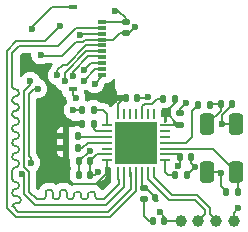
<source format=gbr>
%TF.GenerationSoftware,KiCad,Pcbnew,9.0.4*%
%TF.CreationDate,2025-09-14T23:25:48-04:00*%
%TF.ProjectId,usb-hub,7573622d-6875-4622-9e6b-696361645f70,rev?*%
%TF.SameCoordinates,Original*%
%TF.FileFunction,Copper,L1,Top*%
%TF.FilePolarity,Positive*%
%FSLAX46Y46*%
G04 Gerber Fmt 4.6, Leading zero omitted, Abs format (unit mm)*
G04 Created by KiCad (PCBNEW 9.0.4) date 2025-09-14 23:25:48*
%MOMM*%
%LPD*%
G01*
G04 APERTURE LIST*
G04 Aperture macros list*
%AMRoundRect*
0 Rectangle with rounded corners*
0 $1 Rounding radius*
0 $2 $3 $4 $5 $6 $7 $8 $9 X,Y pos of 4 corners*
0 Add a 4 corners polygon primitive as box body*
4,1,4,$2,$3,$4,$5,$6,$7,$8,$9,$2,$3,0*
0 Add four circle primitives for the rounded corners*
1,1,$1+$1,$2,$3*
1,1,$1+$1,$4,$5*
1,1,$1+$1,$6,$7*
1,1,$1+$1,$8,$9*
0 Add four rect primitives between the rounded corners*
20,1,$1+$1,$2,$3,$4,$5,0*
20,1,$1+$1,$4,$5,$6,$7,0*
20,1,$1+$1,$6,$7,$8,$9,0*
20,1,$1+$1,$8,$9,$2,$3,0*%
G04 Aperture macros list end*
%TA.AperFunction,SMDPad,CuDef*%
%ADD10RoundRect,0.140000X0.140000X0.170000X-0.140000X0.170000X-0.140000X-0.170000X0.140000X-0.170000X0*%
%TD*%
%TA.AperFunction,SMDPad,CuDef*%
%ADD11RoundRect,0.140000X-0.140000X-0.170000X0.140000X-0.170000X0.140000X0.170000X-0.140000X0.170000X0*%
%TD*%
%TA.AperFunction,SMDPad,CuDef*%
%ADD12RoundRect,0.140000X0.170000X-0.140000X0.170000X0.140000X-0.170000X0.140000X-0.170000X-0.140000X0*%
%TD*%
%TA.AperFunction,SMDPad,CuDef*%
%ADD13RoundRect,0.140000X-0.170000X0.140000X-0.170000X-0.140000X0.170000X-0.140000X0.170000X0.140000X0*%
%TD*%
%TA.AperFunction,SMDPad,CuDef*%
%ADD14RoundRect,0.135000X-0.135000X-0.185000X0.135000X-0.185000X0.135000X0.185000X-0.135000X0.185000X0*%
%TD*%
%TA.AperFunction,SMDPad,CuDef*%
%ADD15RoundRect,0.135000X0.135000X0.185000X-0.135000X0.185000X-0.135000X-0.185000X0.135000X-0.185000X0*%
%TD*%
%TA.AperFunction,SMDPad,CuDef*%
%ADD16C,1.000000*%
%TD*%
%TA.AperFunction,SMDPad,CuDef*%
%ADD17R,0.254000X0.812800*%
%TD*%
%TA.AperFunction,SMDPad,CuDef*%
%ADD18R,0.812800X0.254000*%
%TD*%
%TA.AperFunction,SMDPad,CuDef*%
%ADD19R,3.606800X3.606800*%
%TD*%
%TA.AperFunction,SMDPad,CuDef*%
%ADD20R,0.800000X0.300000*%
%TD*%
%TA.AperFunction,SMDPad,CuDef*%
%ADD21R,0.800000X0.400000*%
%TD*%
%TA.AperFunction,SMDPad,CuDef*%
%ADD22RoundRect,0.250000X0.350000X-0.650000X0.350000X0.650000X-0.350000X0.650000X-0.350000X-0.650000X0*%
%TD*%
%TA.AperFunction,ViaPad*%
%ADD23C,0.600000*%
%TD*%
%TA.AperFunction,Conductor*%
%ADD24C,0.200000*%
%TD*%
%TA.AperFunction,Conductor*%
%ADD25C,0.165100*%
%TD*%
G04 APERTURE END LIST*
D10*
%TO.P,C10,2*%
%TO.N,Net-(C10-Pad2)*%
X153705001Y-40900000D03*
%TO.P,C10,1*%
%TO.N,GND*%
X154665001Y-40900000D03*
%TD*%
%TO.P,C9,1*%
%TO.N,X_IN*%
X155130000Y-48300000D03*
%TO.P,C9,2*%
%TO.N,GND*%
X154170000Y-48300000D03*
%TD*%
D11*
%TO.P,C8,1*%
%TO.N,GND*%
X147950000Y-50820000D03*
%TO.P,C8,2*%
%TO.N,VBUS*%
X148910000Y-50820000D03*
%TD*%
D12*
%TO.P,C7,2*%
%TO.N,VBUS*%
X145625000Y-33915000D03*
%TO.P,C7,1*%
%TO.N,GND*%
X145625000Y-34875000D03*
%TD*%
D11*
%TO.P,C6,1*%
%TO.N,GND*%
X141680000Y-46860000D03*
%TO.P,C6,2*%
%TO.N,VBUS*%
X142640000Y-46860000D03*
%TD*%
%TO.P,C5,1*%
%TO.N,GND*%
X141680000Y-45740000D03*
%TO.P,C5,2*%
%TO.N,VBUS*%
X142640000Y-45740000D03*
%TD*%
D12*
%TO.P,C4,1*%
%TO.N,VREG*%
X150275000Y-42630000D03*
%TO.P,C4,2*%
%TO.N,GND*%
X150275000Y-41670000D03*
%TD*%
D11*
%TO.P,C3,2*%
%TO.N,GND*%
X151160000Y-45370000D03*
%TO.P,C3,1*%
%TO.N,VREG*%
X150200000Y-45370000D03*
%TD*%
D13*
%TO.P,C2,1*%
%TO.N,VREG*%
X147180000Y-47970000D03*
%TO.P,C2,2*%
%TO.N,GND*%
X147180000Y-48930000D03*
%TD*%
D10*
%TO.P,C1,1*%
%TO.N,GND*%
X146605000Y-40375000D03*
%TO.P,C1,2*%
%TO.N,VREG*%
X145645000Y-40375000D03*
%TD*%
D14*
%TO.P,R5,1*%
%TO.N,VREG*%
X140555002Y-43600000D03*
%TO.P,R5,2*%
%TO.N,Net-(U1-\u002AOVR[2])*%
X141575000Y-43600000D03*
%TD*%
D15*
%TO.P,R4,1*%
%TO.N,Net-(U1-\u002AOVR[1])*%
X141575000Y-44625000D03*
%TO.P,R4,2*%
%TO.N,VREG*%
X140555002Y-44625000D03*
%TD*%
D16*
%TO.P,J3,1,Pin_1*%
%TO.N,VBUS*%
X150300000Y-50750000D03*
%TO.P,J3,2,Pin_2*%
%TO.N,USB_KB_N*%
X151800000Y-50750000D03*
%TO.P,J3,3,Pin_3*%
%TO.N,USB_KB_P*%
X153300000Y-50750000D03*
%TO.P,J3,4,Pin_4*%
%TO.N,GND*%
X154800000Y-50750000D03*
%TD*%
D14*
%TO.P,R2,1*%
%TO.N,Net-(U1-\u002ARESET)*%
X148815001Y-40425000D03*
%TO.P,R2,2*%
%TO.N,VREG*%
X149834999Y-40425000D03*
%TD*%
%TO.P,R1,1*%
%TO.N,Net-(U1-RREF)*%
X149840001Y-46925000D03*
%TO.P,R1,2*%
%TO.N,GND*%
X150859999Y-46925000D03*
%TD*%
D15*
%TO.P,R3,1*%
%TO.N,Net-(U1-GANG)*%
X142925000Y-42591667D03*
%TO.P,R3,2*%
%TO.N,VREG*%
X141905002Y-42591667D03*
%TD*%
D17*
%TO.P,U1,1,D-*%
%TO.N,USB_HOST_N*%
X145025000Y-46601100D03*
%TO.P,U1,2,D+*%
%TO.N,USB_HOST_P*%
X145524999Y-46601100D03*
%TO.P,U1,3,D0-[1]*%
%TO.N,USB_FNG_N*%
X146025001Y-46601100D03*
%TO.P,U1,4,D0+[1]*%
%TO.N,USB_FNG_P*%
X146525000Y-46601099D03*
%TO.P,U1,5,VCC_A*%
%TO.N,VREG*%
X147024999Y-46601100D03*
%TO.P,U1,6,DD-[2]*%
%TO.N,USB_KB_N*%
X147525001Y-46601100D03*
%TO.P,U1,7,DD+[2]*%
%TO.N,USB_KB_P*%
X148025000Y-46601100D03*
D18*
%TO.P,U1,8,RREF*%
%TO.N,Net-(U1-RREF)*%
X148976100Y-45650000D03*
%TO.P,U1,9,VCC_A*%
%TO.N,VREG*%
X148976100Y-45150001D03*
%TO.P,U1,10,XIN*%
%TO.N,X_IN*%
X148976100Y-44649999D03*
%TO.P,U1,11,XOUT*%
%TO.N,X_OUT*%
X148976099Y-44150000D03*
%TO.P,U1,12,NC*%
%TO.N,unconnected-(U1-NC-Pad12)*%
X148976100Y-43650001D03*
%TO.P,U1,13,NC*%
%TO.N,unconnected-(U1-NC-Pad13)*%
X148976100Y-43149999D03*
%TO.P,U1,14,VCC_A*%
%TO.N,VREG*%
X148976100Y-42650000D03*
D17*
%TO.P,U1,15,NC*%
%TO.N,unconnected-(U1-NC-Pad15)*%
X148025000Y-41698900D03*
%TO.P,U1,16,NC*%
%TO.N,unconnected-(U1-NC-Pad16)*%
X147525001Y-41698900D03*
%TO.P,U1,17,\u002ARESET*%
%TO.N,Net-(U1-\u002ARESET)*%
X147024999Y-41698900D03*
%TO.P,U1,18,TEST/I2C_SCL*%
%TO.N,unconnected-(U1-TEST{slash}I2C_SCL-Pad18)*%
X146525000Y-41698901D03*
%TO.P,U1,19,NC*%
%TO.N,unconnected-(U1-NC-Pad19)*%
X146025001Y-41698900D03*
%TO.P,U1,20,NC*%
%TO.N,unconnected-(U1-NC-Pad20)*%
X145524999Y-41698900D03*
%TO.P,U1,21,VCC_D*%
%TO.N,VREG*%
X145025000Y-41698900D03*
D18*
%TO.P,U1,22,SELFPWR*%
%TO.N,Net-(U1-SELFPWR)*%
X144073900Y-42650000D03*
%TO.P,U1,23,GANG*%
%TO.N,Net-(U1-GANG)*%
X144073900Y-43149999D03*
%TO.P,U1,24,\u002AOVR[2]*%
%TO.N,Net-(U1-\u002AOVR[2])*%
X144073900Y-43650001D03*
%TO.P,U1,25,\u002AOVR[1]*%
%TO.N,Net-(U1-\u002AOVR[1])*%
X144073901Y-44150000D03*
%TO.P,U1,26,\u002APWR/I2C_SDA*%
%TO.N,unconnected-(U1-\u002APWR{slash}I2C_SDA-Pad26)*%
X144073900Y-44649999D03*
%TO.P,U1,27,VCC*%
%TO.N,VBUS*%
X144073900Y-45150001D03*
%TO.P,U1,28,VREG*%
%TO.N,VREG*%
X144073900Y-45650000D03*
D19*
%TO.P,U1,29,29*%
%TO.N,GND*%
X146525000Y-44150000D03*
%TD*%
D14*
%TO.P,R6,1*%
%TO.N,GND*%
X141905002Y-41400000D03*
%TO.P,R6,2*%
%TO.N,Net-(U1-SELFPWR)*%
X142925000Y-41400000D03*
%TD*%
D20*
%TO.P,J2,1,1*%
%TO.N,VBUS*%
X143675000Y-33925000D03*
%TO.P,J2,2,2*%
%TO.N,USB_FNG_N*%
X143675000Y-34425001D03*
%TO.P,J2,3,3*%
%TO.N,USB_FNG_P*%
X143675000Y-34925000D03*
%TO.P,J2,4,4*%
%TO.N,GND*%
X143675000Y-35424999D03*
%TO.P,J2,5,5*%
%TO.N,EC_CTRL*%
X143675000Y-35925000D03*
%TO.P,J2,6,6*%
%TO.N,SWITCH*%
X143675000Y-36425000D03*
%TO.P,J2,7,7*%
%TO.N,RGB_W*%
X143675000Y-36925001D03*
%TO.P,J2,8,8*%
%TO.N,RGB_G*%
X143675000Y-37425000D03*
%TO.P,J2,9,9*%
%TO.N,RGB_R*%
X143675000Y-37924999D03*
%TO.P,J2,10,10*%
%TO.N,LED_COM*%
X143675000Y-38425000D03*
D21*
%TO.P,J2,MP1,MP1*%
%TO.N,GND*%
X141175001Y-32700000D03*
%TO.P,J2,MP2,MP2*%
X141175001Y-39650000D03*
%TD*%
D22*
%TO.P,Y1,1,1*%
%TO.N,X_IN*%
X154952501Y-46602500D03*
%TO.P,Y1,2,2*%
%TO.N,GND*%
X154952501Y-42602500D03*
%TO.P,Y1,3,3*%
%TO.N,Net-(C10-Pad2)*%
X152552499Y-42602500D03*
%TO.P,Y1,4,4*%
%TO.N,GND*%
X152552499Y-46602500D03*
%TD*%
D14*
%TO.P,R7,1*%
%TO.N,X_OUT*%
X151750002Y-40950000D03*
%TO.P,R7,2*%
%TO.N,Net-(C10-Pad2)*%
X152770000Y-40950000D03*
%TD*%
D23*
%TO.N,VBUS*%
X148540000Y-50040000D03*
%TO.N,VREG*%
X144470000Y-40290000D03*
%TO.N,GND*%
X142619265Y-44829265D03*
%TO.N,VBUS*%
X143300735Y-46600735D03*
%TO.N,GND*%
X150750000Y-40790000D03*
%TO.N,VREG*%
X150050000Y-46100000D03*
X148140000Y-48760000D03*
%TO.N,GND*%
X153790000Y-42540000D03*
X151490000Y-46230000D03*
X153725000Y-46700000D03*
%TO.N,VREG*%
X149025000Y-41600000D03*
%TO.N,GND*%
X147550000Y-40250000D03*
%TO.N,EC_CTRL*%
X139855252Y-38461477D03*
%TO.N,RGB_W*%
X141139479Y-38498755D03*
%TO.N,RGB_G*%
X142092244Y-38019938D03*
%TO.N,VBUS*%
X144700000Y-32975000D03*
%TO.N,USB_HOST_P*%
X137625000Y-45850000D03*
X136825000Y-46850000D03*
X138175521Y-39575521D03*
%TO.N,USB_HOST_N*%
X137574479Y-38974479D03*
%TO.N,RGB_R*%
X142100000Y-38900000D03*
%TO.N,SWITCH*%
X140483530Y-38956724D03*
%TO.N,GND*%
X146541500Y-45166000D03*
X155175000Y-49700000D03*
X145509000Y-44150000D03*
X145509000Y-43134000D03*
X147541000Y-44150000D03*
X138450000Y-36725000D03*
X137700000Y-34550000D03*
X145509000Y-45166000D03*
X141175000Y-41375000D03*
X146508500Y-44150000D03*
X146541500Y-43134000D03*
X141425000Y-40350000D03*
X147541000Y-45166000D03*
X147541000Y-43134000D03*
%TO.N,LED_COM*%
X143000000Y-39150000D03*
%TO.N,VREG*%
X144125000Y-46500000D03*
%TO.N,USB_FNG_P*%
X141736765Y-35025001D03*
X140101689Y-34275000D03*
%TO.N,VREG*%
X141200000Y-42600000D03*
%TO.N,GND*%
X146403001Y-34374840D03*
%TD*%
D24*
%TO.N,VBUS*%
X148910000Y-50410000D02*
X148540000Y-50040000D01*
X148910000Y-50820000D02*
X148910000Y-50410000D01*
%TO.N,GND*%
X147180000Y-50350000D02*
X147180000Y-48930000D01*
X147650000Y-50820000D02*
X147180000Y-50350000D01*
X147950000Y-50820000D02*
X147650000Y-50820000D01*
%TO.N,VBUS*%
X150230000Y-50820000D02*
X150300000Y-50750000D01*
X148910000Y-50820000D02*
X150230000Y-50820000D01*
%TO.N,GND*%
X147230000Y-48980000D02*
X147180000Y-48930000D01*
%TO.N,VBUS*%
X150220000Y-50830000D02*
X150300000Y-50750000D01*
%TO.N,VREG*%
X140710004Y-42600000D02*
X140555002Y-42755002D01*
X141200000Y-42600000D02*
X140710004Y-42600000D01*
X144555000Y-40375000D02*
X144470000Y-40290000D01*
X145645000Y-40375000D02*
X144555000Y-40375000D01*
%TO.N,USB_KB_N*%
X152324999Y-50225001D02*
X151800000Y-50750000D01*
X152324999Y-49843197D02*
X152324999Y-50225001D01*
X151476802Y-48995000D02*
X152324999Y-49843197D01*
X149336802Y-48995000D02*
X151476802Y-48995000D01*
X147550001Y-47208199D02*
X149336802Y-48995000D01*
X147550001Y-46905500D02*
X147550001Y-47208199D01*
X147525001Y-46880500D02*
X147550001Y-46905500D01*
X147525001Y-46601100D02*
X147525001Y-46880500D01*
%TO.N,USB_KB_P*%
X152775001Y-50225001D02*
X153300000Y-50750000D01*
X152775001Y-49656803D02*
X152775001Y-50225001D01*
X151663198Y-48545000D02*
X152775001Y-49656803D01*
X148000000Y-46905500D02*
X148000000Y-47021802D01*
X148025000Y-46601100D02*
X148025000Y-46880500D01*
X149523198Y-48545000D02*
X151663198Y-48545000D01*
X148025000Y-46880500D02*
X148000000Y-46905500D01*
X148000000Y-47021802D02*
X149523198Y-48545000D01*
%TO.N,GND*%
X142590735Y-44829265D02*
X142619265Y-44829265D01*
X141680000Y-45740000D02*
X142590735Y-44829265D01*
%TO.N,Net-(U1-\u002AOVR[1])*%
X141975000Y-44625000D02*
X142450000Y-44150000D01*
X141575000Y-44625000D02*
X141975000Y-44625000D01*
X142450000Y-44150000D02*
X144073901Y-44150000D01*
%TO.N,VBUS*%
X143229999Y-45150001D02*
X144073900Y-45150001D01*
X142640000Y-45740000D02*
X143229999Y-45150001D01*
%TO.N,GND*%
X141680000Y-46860000D02*
X141680000Y-45740000D01*
%TO.N,VBUS*%
X143041470Y-46860000D02*
X143300735Y-46600735D01*
X142640000Y-46860000D02*
X143041470Y-46860000D01*
X142640000Y-46860000D02*
X142640000Y-45740000D01*
%TO.N,X_OUT*%
X151750002Y-40950000D02*
X151265001Y-41435001D01*
X151265001Y-41435001D02*
X151265001Y-43634999D01*
%TO.N,Net-(C10-Pad2)*%
X152552499Y-42602500D02*
X153705001Y-41449998D01*
X153705001Y-41449998D02*
X153705001Y-40900000D01*
X152820000Y-40900000D02*
X152770000Y-40950000D01*
X153705001Y-40900000D02*
X152820000Y-40900000D01*
%TO.N,GND*%
X153790000Y-41830000D02*
X153790000Y-42540000D01*
X154665001Y-40954999D02*
X153790000Y-41830000D01*
X154665001Y-40900000D02*
X154665001Y-40954999D01*
X150275000Y-41265000D02*
X150750000Y-40790000D01*
X150275000Y-41670000D02*
X150275000Y-41265000D01*
%TO.N,VREG*%
X150200000Y-45950000D02*
X150050000Y-46100000D01*
X150200000Y-45370000D02*
X150200000Y-45950000D01*
X147350000Y-47970000D02*
X148140000Y-48760000D01*
X147180000Y-47970000D02*
X147350000Y-47970000D01*
X147024999Y-47814999D02*
X147024999Y-46601100D01*
X147180000Y-47970000D02*
X147024999Y-47814999D01*
%TO.N,X_IN*%
X153000000Y-44649999D02*
X148976100Y-44649999D01*
X154952501Y-46602500D02*
X153000000Y-44649999D01*
%TO.N,GND*%
X153852500Y-42602500D02*
X153790000Y-42540000D01*
X154952501Y-42602500D02*
X153852500Y-42602500D01*
X151160000Y-45900000D02*
X151490000Y-46230000D01*
X151160000Y-45370000D02*
X151160000Y-45900000D01*
X150859999Y-46860001D02*
X151490000Y-46230000D01*
X150859999Y-46925000D02*
X150859999Y-46860001D01*
%TO.N,VREG*%
X149980001Y-45150001D02*
X148976100Y-45150001D01*
X150200000Y-45370000D02*
X149980001Y-45150001D01*
%TO.N,X_OUT*%
X151265001Y-43634999D02*
X150750000Y-44150000D01*
X150750000Y-44150000D02*
X148976099Y-44150000D01*
%TO.N,GND*%
X153627500Y-46602500D02*
X153725000Y-46700000D01*
X152552499Y-46602500D02*
X153627500Y-46602500D01*
X153725000Y-47855000D02*
X153725000Y-46700000D01*
X154170000Y-48300000D02*
X153725000Y-47855000D01*
%TO.N,X_IN*%
X155130000Y-46779999D02*
X154952501Y-46602500D01*
X155130000Y-48300000D02*
X155130000Y-46779999D01*
%TO.N,VREG*%
X150055000Y-42630000D02*
X149025000Y-41600000D01*
X150275000Y-42630000D02*
X150055000Y-42630000D01*
X148976100Y-42650000D02*
X150255000Y-42650000D01*
X150255000Y-42650000D02*
X150275000Y-42630000D01*
X149834999Y-40790001D02*
X149025000Y-41600000D01*
X149834999Y-40425000D02*
X149834999Y-40790001D01*
%TO.N,GND*%
X147425000Y-40375000D02*
X147550000Y-40250000D01*
X146605000Y-40375000D02*
X147425000Y-40375000D01*
%TO.N,Net-(U1-\u002ARESET)*%
X148325000Y-40425000D02*
X148815001Y-40425000D01*
X147900000Y-40850000D02*
X148325000Y-40425000D01*
X147024999Y-41063502D02*
X147238501Y-40850000D01*
X147238501Y-40850000D02*
X147900000Y-40850000D01*
X147024999Y-41698900D02*
X147024999Y-41063502D01*
%TO.N,VREG*%
X145525000Y-40375000D02*
X145025000Y-40875000D01*
X145645000Y-40375000D02*
X145525000Y-40375000D01*
%TO.N,Net-(U1-RREF)*%
X148976100Y-46651100D02*
X148976100Y-45650000D01*
X149250000Y-46925000D02*
X148976100Y-46651100D01*
X149840001Y-46925000D02*
X149250000Y-46925000D01*
%TO.N,VBUS*%
X150200000Y-50850000D02*
X150300000Y-50750000D01*
%TO.N,GND*%
X141795000Y-45600000D02*
X141630002Y-45600000D01*
X145902841Y-34875000D02*
X146403001Y-34374840D01*
X145625000Y-34875000D02*
X145902841Y-34875000D01*
X145150000Y-34875000D02*
X144600001Y-35424999D01*
X145625000Y-34875000D02*
X145150000Y-34875000D01*
%TO.N,VBUS*%
X145625000Y-33600000D02*
X145625000Y-33915000D01*
X145000000Y-32975000D02*
X145625000Y-33600000D01*
X144700000Y-32975000D02*
X145000000Y-32975000D01*
X145010001Y-33915000D02*
X145625000Y-33915000D01*
X145000001Y-33925000D02*
X145010001Y-33915000D01*
%TO.N,EC_CTRL*%
X142253809Y-35925000D02*
X140634599Y-37544210D01*
X140634599Y-37544210D02*
X140341140Y-37544210D01*
X143675000Y-35925000D02*
X142253809Y-35925000D01*
X140341140Y-37544210D02*
X139855252Y-38030098D01*
X139855252Y-38030098D02*
X139855252Y-38461477D01*
D25*
%TO.N,RGB_W*%
X142429781Y-36858550D02*
X141139479Y-38148852D01*
X143608549Y-36858550D02*
X142429781Y-36858550D01*
X143675000Y-36925001D02*
X143608549Y-36858550D01*
X141139479Y-38148852D02*
X141139479Y-38498755D01*
%TO.N,RGB_G*%
X142687182Y-37425000D02*
X142092244Y-38019938D01*
X143675000Y-37425000D02*
X142687182Y-37425000D01*
D24*
%TO.N,VBUS*%
X143675000Y-33925000D02*
X145000001Y-33925000D01*
X150300000Y-50750000D02*
X150199999Y-50649999D01*
%TO.N,USB_HOST_P*%
X137475000Y-43803867D02*
X137475001Y-43803866D01*
X145499999Y-47868199D02*
X143968198Y-49400000D01*
X145499999Y-47235701D02*
X145499999Y-47868199D01*
X137475000Y-45325000D02*
X137475000Y-43803867D01*
X145524999Y-47210701D02*
X145499999Y-47235701D01*
X143968198Y-49400000D02*
X137931802Y-49400000D01*
X137931802Y-49400000D02*
X137024999Y-48493197D01*
X137475001Y-43803866D02*
X137475001Y-39993198D01*
X137475001Y-39993198D02*
X137892678Y-39575521D01*
X137625000Y-45850000D02*
X137625000Y-45475000D01*
X137024999Y-47049999D02*
X136825000Y-46850000D01*
X137625000Y-45475000D02*
X137475000Y-45325000D01*
X137024999Y-48493197D02*
X137024999Y-47049999D01*
X137892678Y-39575521D02*
X138175521Y-39575521D01*
X145524999Y-46601100D02*
X145524999Y-47210701D01*
%TO.N,USB_HOST_N*%
X141615187Y-48295608D02*
X141495187Y-48295608D01*
X137024999Y-43803866D02*
X137024999Y-39806802D01*
X145025000Y-47210701D02*
X145050000Y-47235701D01*
X137024999Y-39806802D02*
X137574479Y-39257322D01*
X137025000Y-46200057D02*
X137025000Y-43803867D01*
X143781802Y-48950000D02*
X143295187Y-48950000D01*
X145050000Y-47681802D02*
X143781802Y-48950000D01*
X139455187Y-48710000D02*
X139455187Y-48385607D01*
X140055187Y-48385607D02*
X140055187Y-48710000D01*
X139215187Y-48145607D02*
X139095187Y-48145607D01*
X141255187Y-48535608D02*
X141255187Y-48710000D01*
X138118198Y-48950000D02*
X137475001Y-48306803D01*
X142215187Y-48950000D02*
X142095187Y-48950000D01*
X141855187Y-48710000D02*
X141855187Y-48535608D01*
X142455187Y-48535608D02*
X142455187Y-48710000D01*
X140655187Y-48710000D02*
X140655187Y-48385607D01*
X137025000Y-43803867D02*
X137024999Y-43803866D01*
X143055187Y-48710000D02*
X143055187Y-48535608D01*
X141015187Y-48950000D02*
X140895187Y-48950000D01*
X137475001Y-48287615D02*
X137475001Y-46650058D01*
X145025000Y-46601100D02*
X145025000Y-47210701D01*
X137574479Y-39257322D02*
X137574479Y-38974479D01*
X137475001Y-48306803D02*
X137475001Y-48287615D01*
X142815187Y-48295608D02*
X142695187Y-48295608D01*
X145050000Y-47235701D02*
X145050000Y-47681802D01*
X138615187Y-48950000D02*
X138495187Y-48950000D01*
X138855187Y-48385607D02*
X138855187Y-48710000D01*
X139815187Y-48950000D02*
X139695187Y-48950000D01*
X138495187Y-48950000D02*
X138118198Y-48950000D01*
X140415187Y-48145607D02*
X140295187Y-48145607D01*
X137475001Y-46650058D02*
X137025000Y-46200057D01*
X141495187Y-48295608D02*
G75*
G03*
X141255208Y-48535608I13J-239992D01*
G01*
X140895187Y-48950000D02*
G75*
G02*
X140655200Y-48710000I13J240000D01*
G01*
X142095187Y-48950000D02*
G75*
G02*
X141855200Y-48710000I13J240000D01*
G01*
X140055187Y-48710000D02*
G75*
G02*
X139815187Y-48949987I-239987J0D01*
G01*
X140655187Y-48385607D02*
G75*
G03*
X140415187Y-48145613I-239987J7D01*
G01*
X139095187Y-48145607D02*
G75*
G03*
X138855207Y-48385607I13J-239993D01*
G01*
X141855187Y-48535608D02*
G75*
G03*
X141615187Y-48295613I-239987J8D01*
G01*
X143295187Y-48950000D02*
G75*
G02*
X143055200Y-48710000I13J240000D01*
G01*
X140295187Y-48145607D02*
G75*
G03*
X140055207Y-48385607I13J-239993D01*
G01*
X142455187Y-48710000D02*
G75*
G02*
X142215187Y-48949987I-239987J0D01*
G01*
X138855187Y-48710000D02*
G75*
G02*
X138615187Y-48949987I-239987J0D01*
G01*
X139455187Y-48385607D02*
G75*
G03*
X139215187Y-48145613I-239987J7D01*
G01*
X143055187Y-48535608D02*
G75*
G03*
X142815187Y-48295613I-239987J8D01*
G01*
X142695187Y-48295608D02*
G75*
G03*
X142455208Y-48535608I13J-239992D01*
G01*
X141255187Y-48710000D02*
G75*
G02*
X141015187Y-48949987I-239987J0D01*
G01*
X139695187Y-48950000D02*
G75*
G02*
X139455200Y-48710000I13J240000D01*
G01*
%TO.N,RGB_R*%
X143075001Y-37924999D02*
X142100000Y-38900000D01*
X143675000Y-37924999D02*
X143075001Y-37924999D01*
%TO.N,SWITCH*%
X140483530Y-38262379D02*
X140483530Y-38956724D01*
X142320909Y-36425000D02*
X140483530Y-38262379D01*
X143675000Y-36425000D02*
X142320909Y-36425000D01*
%TO.N,GND*%
X144600001Y-35424999D02*
X143675000Y-35424999D01*
X137700000Y-34400000D02*
X137700000Y-34550000D01*
X138525000Y-36800000D02*
X138450000Y-36725000D01*
X142186710Y-35424999D02*
X141985708Y-35626001D01*
X141175001Y-40100001D02*
X141425000Y-40350000D01*
X141175001Y-32700000D02*
X139400000Y-32700000D01*
X154800000Y-50075000D02*
X155175000Y-49700000D01*
X141460042Y-35626001D02*
X140286043Y-36800000D01*
X141175001Y-39650000D02*
X141175001Y-40100001D01*
X141905002Y-41400000D02*
X141200000Y-41400000D01*
X141200000Y-41400000D02*
X141175000Y-41375000D01*
X143675000Y-35424999D02*
X142186710Y-35424999D01*
X139400000Y-32700000D02*
X137800000Y-34300000D01*
X154800000Y-50750000D02*
X154800000Y-50075000D01*
X140286043Y-36800000D02*
X138525000Y-36800000D01*
X143626001Y-35376000D02*
X143675000Y-35424999D01*
X137800000Y-34300000D02*
X137700000Y-34400000D01*
X141985708Y-35626001D02*
X141460042Y-35626001D01*
X150859999Y-47050000D02*
X151004999Y-47050000D01*
%TO.N,LED_COM*%
X143675000Y-38475000D02*
X143000000Y-39150000D01*
X143675000Y-38425000D02*
X143675000Y-38475000D01*
X143000000Y-39150000D02*
X143000000Y-39125000D01*
%TO.N,VREG*%
X140555002Y-43600000D02*
X140555002Y-42755002D01*
X143094627Y-47655373D02*
X141155373Y-47655373D01*
X140555002Y-44625000D02*
X140555002Y-47055002D01*
X144125000Y-46500000D02*
X144125000Y-46625000D01*
X145025000Y-41698900D02*
X145025000Y-40875000D01*
X144073900Y-45650000D02*
X144073900Y-46448900D01*
X144125000Y-46625000D02*
X143094627Y-47655373D01*
X141905002Y-42591667D02*
X141208333Y-42591667D01*
X140555002Y-47055002D02*
X141155373Y-47655373D01*
X141208333Y-42591667D02*
X141200000Y-42600000D01*
X144073900Y-46448900D02*
X144125000Y-46500000D01*
%TO.N,USB_FNG_N*%
X136584425Y-43601802D02*
X136584425Y-43481802D01*
X136617198Y-35976000D02*
X139924000Y-35976000D01*
X136494436Y-48691802D02*
X136290000Y-48691802D01*
X136344425Y-40841802D02*
X136290000Y-40841802D01*
X136290000Y-45041802D02*
X136344425Y-45041802D01*
X136050000Y-38605732D02*
X136050000Y-36543198D01*
X146049999Y-48056803D02*
X144106802Y-50000000D01*
X136290000Y-46241802D02*
X136344447Y-46241802D01*
X136344447Y-45641802D02*
X136290000Y-45641802D01*
X136344447Y-39641802D02*
X136290000Y-39641802D01*
X137704812Y-50000000D02*
X136518198Y-50000000D01*
X136050000Y-40601802D02*
X136050000Y-40481802D01*
X136518198Y-50000000D02*
X136058578Y-49540380D01*
X136584447Y-42401802D02*
X136584447Y-42281802D01*
X136584425Y-41201802D02*
X136584425Y-41081802D01*
X136050000Y-41801802D02*
X136050000Y-41681802D01*
X136290000Y-49291802D02*
X136494436Y-49291802D01*
X141474999Y-34425001D02*
X143675000Y-34425001D01*
X136050000Y-48451802D02*
X136050000Y-48331802D01*
X136584425Y-44801802D02*
X136584425Y-44681802D01*
X136290000Y-48091802D02*
X136344425Y-48091802D01*
X136050000Y-39401802D02*
X136050000Y-39281802D01*
X136734436Y-49051802D02*
X136734436Y-48931802D01*
X136290000Y-40241802D02*
X136344447Y-40241802D01*
X136050000Y-43001802D02*
X136050000Y-42881802D01*
X136344425Y-43241802D02*
X136290000Y-43241802D01*
X136050000Y-45401802D02*
X136050000Y-45281802D01*
X136344447Y-42041802D02*
X136290000Y-42041802D01*
X139924000Y-35976000D02*
X141474999Y-34425001D01*
X136290000Y-43841802D02*
X136344425Y-43841802D01*
X146049999Y-46626098D02*
X146049999Y-48056803D01*
X144106802Y-50000000D02*
X137704812Y-50000000D01*
X136344425Y-47491802D02*
X136290000Y-47491802D01*
X136584425Y-47851802D02*
X136584425Y-47731802D01*
X136050000Y-44201802D02*
X136050000Y-44081802D01*
X136584447Y-46001802D02*
X136584447Y-45881802D01*
X136344425Y-44441802D02*
X136290000Y-44441802D01*
X136050000Y-47251802D02*
X136050000Y-47131802D01*
X136050000Y-47131802D02*
X136050000Y-46481802D01*
X136058578Y-49540380D02*
X136050000Y-49531802D01*
X136050000Y-39281802D02*
X136050000Y-38605732D01*
X136290000Y-41441802D02*
X136344425Y-41441802D01*
X136584447Y-40001802D02*
X136584447Y-39881802D01*
X146025001Y-46601100D02*
X146049999Y-46626098D01*
X136050000Y-36543198D02*
X136617198Y-35976000D01*
X136290000Y-42641802D02*
X136344447Y-42641802D01*
X136290000Y-47491802D02*
G75*
G02*
X136049998Y-47251802I0J240002D01*
G01*
X136584447Y-39881802D02*
G75*
G03*
X136344447Y-39641753I-240047J2D01*
G01*
X136344425Y-41441802D02*
G75*
G03*
X136584402Y-41201802I-25J240002D01*
G01*
X136290000Y-42041802D02*
G75*
G02*
X136049998Y-41801802I0J240002D01*
G01*
X136050000Y-41681802D02*
G75*
G02*
X136290000Y-41441800I240000J2D01*
G01*
X136290000Y-48691802D02*
G75*
G02*
X136049998Y-48451802I0J240002D01*
G01*
X136344447Y-40241802D02*
G75*
G03*
X136584402Y-40001802I-47J240002D01*
G01*
X136290000Y-39641802D02*
G75*
G02*
X136049998Y-39401802I0J240002D01*
G01*
X136050000Y-46481802D02*
G75*
G02*
X136290000Y-46241800I240000J2D01*
G01*
X136344425Y-48091802D02*
G75*
G03*
X136584402Y-47851802I-25J240002D01*
G01*
X136290000Y-40841802D02*
G75*
G02*
X136049998Y-40601802I0J240002D01*
G01*
X136344447Y-42641802D02*
G75*
G03*
X136584402Y-42401802I-47J240002D01*
G01*
X136050000Y-49531802D02*
G75*
G02*
X136290000Y-49291800I240000J2D01*
G01*
X136050000Y-42881802D02*
G75*
G02*
X136290000Y-42641800I240000J2D01*
G01*
X136584447Y-42281802D02*
G75*
G03*
X136344447Y-42041753I-240047J2D01*
G01*
X136290000Y-43241802D02*
G75*
G02*
X136049998Y-43001802I0J240002D01*
G01*
X136050000Y-44081802D02*
G75*
G02*
X136290000Y-43841800I240000J2D01*
G01*
X136290000Y-44441802D02*
G75*
G02*
X136049998Y-44201802I0J240002D01*
G01*
X136050000Y-40481802D02*
G75*
G02*
X136290000Y-40241800I240000J2D01*
G01*
X136050000Y-45281802D02*
G75*
G02*
X136290000Y-45041800I240000J2D01*
G01*
X136344447Y-46241802D02*
G75*
G03*
X136584402Y-46001802I-47J240002D01*
G01*
X136050000Y-48331802D02*
G75*
G02*
X136290000Y-48091800I240000J2D01*
G01*
X136494436Y-49291802D02*
G75*
G03*
X136734402Y-49051802I-36J240002D01*
G01*
X136584425Y-41081802D02*
G75*
G03*
X136344425Y-40841775I-240025J2D01*
G01*
X136344425Y-43841802D02*
G75*
G03*
X136584402Y-43601802I-25J240002D01*
G01*
X136584425Y-47731802D02*
G75*
G03*
X136344425Y-47491775I-240025J2D01*
G01*
X136734436Y-48931802D02*
G75*
G03*
X136494436Y-48691764I-240036J2D01*
G01*
X136344425Y-45041802D02*
G75*
G03*
X136584402Y-44801802I-25J240002D01*
G01*
X136584447Y-45881802D02*
G75*
G03*
X136344447Y-45641753I-240047J2D01*
G01*
X136584425Y-43481802D02*
G75*
G03*
X136344425Y-43241775I-240025J2D01*
G01*
X136290000Y-45641802D02*
G75*
G02*
X136049998Y-45401802I0J240002D01*
G01*
X136584425Y-44681802D02*
G75*
G03*
X136344425Y-44441775I-240025J2D01*
G01*
%TO.N,USB_FNG_P*%
X141736765Y-35025001D02*
X141836766Y-34925000D01*
X135600000Y-36356802D02*
X136381802Y-35575000D01*
X141836766Y-34925000D02*
X143675000Y-34925000D01*
X138801689Y-35575000D02*
X140101689Y-34275000D01*
X146500001Y-46626098D02*
X146500001Y-48243197D01*
X146525000Y-46601099D02*
X146500001Y-46626098D01*
X144293198Y-50450000D02*
X136331802Y-50450000D01*
X136381802Y-35575000D02*
X138801689Y-35575000D01*
X135600000Y-49718198D02*
X135600000Y-36356802D01*
X136331802Y-50450000D02*
X135600000Y-49718198D01*
X146500001Y-48243197D02*
X144293198Y-50450000D01*
%TO.N,Net-(U1-GANG)*%
X143099999Y-43149999D02*
X142925000Y-42975000D01*
X144073900Y-43149999D02*
X143099999Y-43149999D01*
X142925000Y-42975000D02*
X142925000Y-42591667D01*
%TO.N,Net-(U1-\u002AOVR[2])*%
X141625001Y-43650001D02*
X141575000Y-43600000D01*
X144073900Y-43650001D02*
X141625001Y-43650001D01*
%TO.N,Net-(U1-SELFPWR)*%
X144073900Y-41723900D02*
X143750000Y-41400000D01*
X143750000Y-41400000D02*
X142925000Y-41400000D01*
X144073900Y-42650000D02*
X144073900Y-41723900D01*
%TD*%
%TA.AperFunction,Conductor*%
%TO.N,VREG*%
G36*
X148195703Y-48703582D02*
G01*
X148202181Y-48709614D01*
X148416276Y-48923709D01*
X148449761Y-48985032D01*
X148444777Y-49054724D01*
X148402905Y-49110657D01*
X148397486Y-49114492D01*
X148282026Y-49191640D01*
X148215348Y-49212518D01*
X148147968Y-49194033D01*
X148125454Y-49176219D01*
X148026819Y-49077584D01*
X147993334Y-49016261D01*
X147990500Y-48989903D01*
X147990500Y-48797295D01*
X148010185Y-48730256D01*
X148062989Y-48684501D01*
X148132147Y-48674557D01*
X148195703Y-48703582D01*
G37*
%TD.AperFunction*%
%TA.AperFunction,Conductor*%
G36*
X144340539Y-46296685D02*
G01*
X144386294Y-46349489D01*
X144397500Y-46401000D01*
X144397500Y-47055370D01*
X144397501Y-47055376D01*
X144403908Y-47114981D01*
X144416681Y-47149225D01*
X144423752Y-47178971D01*
X144424499Y-47185746D01*
X144424499Y-47289758D01*
X144443980Y-47362463D01*
X144445016Y-47371853D01*
X144440490Y-47397327D01*
X144439875Y-47423197D01*
X144434258Y-47432410D01*
X144432796Y-47440646D01*
X144422388Y-47451885D01*
X144409444Y-47473122D01*
X143740996Y-48141569D01*
X143679673Y-48175054D01*
X143609981Y-48170070D01*
X143554048Y-48128198D01*
X143550213Y-48122779D01*
X143468051Y-47999815D01*
X143434906Y-47966671D01*
X143350972Y-47882739D01*
X143213302Y-47790755D01*
X143213295Y-47790752D01*
X143171215Y-47773323D01*
X143116810Y-47729483D01*
X143094744Y-47663190D01*
X143112022Y-47595490D01*
X143135374Y-47566899D01*
X143144701Y-47558441D01*
X143175687Y-47540117D01*
X143280399Y-47435404D01*
X143282640Y-47433373D01*
X143311465Y-47419416D01*
X143339572Y-47404069D01*
X143344188Y-47403572D01*
X143345526Y-47402925D01*
X143347732Y-47403191D01*
X143365931Y-47401235D01*
X143379579Y-47401235D01*
X143379580Y-47401234D01*
X143534232Y-47370472D01*
X143679914Y-47310129D01*
X143811024Y-47222524D01*
X143922524Y-47111024D01*
X144010129Y-46979914D01*
X144070472Y-46834232D01*
X144101235Y-46679577D01*
X144101235Y-46521893D01*
X144101235Y-46521890D01*
X144082000Y-46425192D01*
X144088227Y-46355600D01*
X144131090Y-46300423D01*
X144196979Y-46277178D01*
X144203617Y-46277000D01*
X144273500Y-46277000D01*
X144340539Y-46296685D01*
G37*
%TD.AperFunction*%
%TA.AperFunction,Conductor*%
G36*
X137592539Y-36596185D02*
G01*
X137638294Y-36648989D01*
X137649500Y-36700500D01*
X137649500Y-36803846D01*
X137680261Y-36958489D01*
X137680264Y-36958501D01*
X137740602Y-37104172D01*
X137740609Y-37104185D01*
X137828210Y-37235288D01*
X137828213Y-37235292D01*
X137939707Y-37346786D01*
X137939711Y-37346789D01*
X138070814Y-37434390D01*
X138070827Y-37434397D01*
X138163998Y-37472989D01*
X138216503Y-37494737D01*
X138371153Y-37525499D01*
X138371156Y-37525500D01*
X138371158Y-37525500D01*
X138528844Y-37525500D01*
X138528845Y-37525499D01*
X138683497Y-37494737D01*
X138829179Y-37434394D01*
X138837928Y-37428547D01*
X138848628Y-37421399D01*
X138915305Y-37400520D01*
X138917520Y-37400500D01*
X139336252Y-37400500D01*
X139349510Y-37404393D01*
X139363298Y-37403486D01*
X139382373Y-37414042D01*
X139403291Y-37420185D01*
X139412338Y-37430626D01*
X139424430Y-37437318D01*
X139434770Y-37456514D01*
X139449046Y-37472989D01*
X139451012Y-37486665D01*
X139457566Y-37498831D01*
X139455887Y-37520568D01*
X139458990Y-37542147D01*
X139453138Y-37556160D01*
X139452186Y-37568493D01*
X139440341Y-37586808D01*
X139435095Y-37599373D01*
X139429953Y-37606160D01*
X139374732Y-37661382D01*
X139335683Y-37729018D01*
X139331817Y-37735712D01*
X139331816Y-37735715D01*
X139295674Y-37798313D01*
X139295673Y-37798316D01*
X139271087Y-37890069D01*
X139238999Y-37945651D01*
X139233464Y-37951186D01*
X139145861Y-38082292D01*
X139145854Y-38082304D01*
X139085516Y-38227975D01*
X139085513Y-38227987D01*
X139054752Y-38382630D01*
X139054752Y-38540323D01*
X139085513Y-38694966D01*
X139085516Y-38694978D01*
X139145854Y-38840649D01*
X139145861Y-38840662D01*
X139233462Y-38971765D01*
X139233465Y-38971769D01*
X139344959Y-39083263D01*
X139344963Y-39083266D01*
X139476066Y-39170867D01*
X139476079Y-39170874D01*
X139537580Y-39196348D01*
X139621755Y-39231214D01*
X139675556Y-39241915D01*
X139737464Y-39274299D01*
X139765923Y-39316078D01*
X139774131Y-39335894D01*
X139774139Y-39335909D01*
X139861740Y-39467012D01*
X139861743Y-39467016D01*
X139973237Y-39578510D01*
X139973241Y-39578513D01*
X140104344Y-39666114D01*
X140104357Y-39666121D01*
X140197953Y-39704889D01*
X140252357Y-39748729D01*
X140274422Y-39815023D01*
X140274501Y-39819448D01*
X140274501Y-39897869D01*
X140274502Y-39897876D01*
X140280909Y-39957483D01*
X140331203Y-40092328D01*
X140331207Y-40092335D01*
X140417453Y-40207544D01*
X140417456Y-40207547D01*
X140532665Y-40293793D01*
X140532667Y-40293794D01*
X140532670Y-40293796D01*
X140543829Y-40297958D01*
X140599764Y-40339826D01*
X140624184Y-40405289D01*
X140624500Y-40414141D01*
X140624500Y-40428846D01*
X140655260Y-40583488D01*
X140655262Y-40583493D01*
X140655263Y-40583497D01*
X140674114Y-40629008D01*
X140676032Y-40633638D01*
X140683499Y-40703107D01*
X140652224Y-40765586D01*
X140649151Y-40768770D01*
X140553213Y-40864707D01*
X140553210Y-40864711D01*
X140465609Y-40995814D01*
X140465602Y-40995827D01*
X140405264Y-41141498D01*
X140405261Y-41141510D01*
X140374500Y-41296153D01*
X140374500Y-41453846D01*
X140405261Y-41608489D01*
X140405264Y-41608501D01*
X140465602Y-41754172D01*
X140465609Y-41754185D01*
X140553210Y-41885288D01*
X140553213Y-41885292D01*
X140664707Y-41996786D01*
X140664711Y-41996789D01*
X140795814Y-42084390D01*
X140795827Y-42084397D01*
X140941498Y-42144735D01*
X140941503Y-42144737D01*
X140995680Y-42155513D01*
X141039745Y-42164279D01*
X141101656Y-42196664D01*
X141136230Y-42257379D01*
X141137332Y-42300147D01*
X141138332Y-42300226D01*
X141135071Y-42341667D01*
X141781002Y-42341667D01*
X141789687Y-42344217D01*
X141798649Y-42342929D01*
X141822689Y-42353907D01*
X141848041Y-42361352D01*
X141853968Y-42368192D01*
X141862205Y-42371954D01*
X141876494Y-42394188D01*
X141893796Y-42414156D01*
X141896083Y-42424670D01*
X141899979Y-42430732D01*
X141905002Y-42465667D01*
X141905002Y-42655672D01*
X141885317Y-42722711D01*
X141832513Y-42768466D01*
X141776616Y-42779483D01*
X141776616Y-42779500D01*
X141776533Y-42779500D01*
X141776143Y-42779577D01*
X141774182Y-42779500D01*
X141774181Y-42779500D01*
X141774179Y-42779500D01*
X141375830Y-42779500D01*
X141375808Y-42779501D01*
X141339799Y-42782334D01*
X141185604Y-42827132D01*
X141178597Y-42830164D01*
X141173836Y-42832525D01*
X141099668Y-42862700D01*
X141091271Y-42863549D01*
X141084029Y-42867881D01*
X141057032Y-42867012D01*
X141030153Y-42869731D01*
X141022629Y-42865905D01*
X141014196Y-42865634D01*
X140989818Y-42854575D01*
X140944191Y-42827592D01*
X140944190Y-42827591D01*
X140805003Y-42787153D01*
X140805002Y-42787154D01*
X140805002Y-43339566D01*
X140804620Y-43349294D01*
X140804500Y-43350811D01*
X140804500Y-43350819D01*
X140804500Y-43571836D01*
X140804501Y-43600000D01*
X140804501Y-43849184D01*
X140804620Y-43850689D01*
X140805002Y-43860418D01*
X140805002Y-44364566D01*
X140804620Y-44374294D01*
X140804500Y-44375811D01*
X140804500Y-44375825D01*
X140804501Y-44625000D01*
X140804501Y-44874184D01*
X140804620Y-44875689D01*
X140805002Y-44885418D01*
X140805002Y-45437844D01*
X140849952Y-45471594D01*
X140891743Y-45527587D01*
X140899500Y-45570755D01*
X140899500Y-45974697D01*
X140902356Y-46010991D01*
X140902357Y-46010997D01*
X140947504Y-46166390D01*
X140947504Y-46166391D01*
X140989190Y-46236880D01*
X141006371Y-46304604D01*
X140989190Y-46363120D01*
X140947504Y-46433608D01*
X140947504Y-46433609D01*
X140902357Y-46589002D01*
X140902356Y-46589008D01*
X140899500Y-46625302D01*
X140899500Y-47094697D01*
X140902356Y-47130991D01*
X140902357Y-47130997D01*
X140947504Y-47286390D01*
X140947505Y-47286393D01*
X141029881Y-47425684D01*
X141029887Y-47425692D01*
X141144307Y-47540112D01*
X141144310Y-47540114D01*
X141144313Y-47540117D01*
X141160480Y-47549678D01*
X141169729Y-47559584D01*
X141181851Y-47565651D01*
X141193108Y-47584622D01*
X141208163Y-47600746D01*
X141210588Y-47614081D01*
X141217506Y-47625739D01*
X141216719Y-47647785D01*
X141220667Y-47669487D01*
X141215498Y-47682016D01*
X141215015Y-47695564D01*
X141202435Y-47713683D01*
X141194023Y-47734077D01*
X141182039Y-47743061D01*
X141175169Y-47752958D01*
X141144817Y-47770969D01*
X141111336Y-47784839D01*
X141041867Y-47792311D01*
X140979386Y-47761039D01*
X140976197Y-47757961D01*
X140950977Y-47732741D01*
X140950973Y-47732738D01*
X140950972Y-47732737D01*
X140813302Y-47640753D01*
X140813299Y-47640751D01*
X140813298Y-47640751D01*
X140744275Y-47612164D01*
X140660332Y-47577397D01*
X140660327Y-47577396D01*
X140660324Y-47577395D01*
X140497945Y-47545103D01*
X140497940Y-47545103D01*
X140415154Y-47545107D01*
X140375692Y-47545107D01*
X140375643Y-47545104D01*
X140368069Y-47545104D01*
X140368068Y-47545104D01*
X140346535Y-47545104D01*
X140346467Y-47545085D01*
X140212372Y-47545090D01*
X140077961Y-47571834D01*
X140049991Y-47577399D01*
X139897033Y-47640765D01*
X139897021Y-47640771D01*
X139824076Y-47689517D01*
X139757400Y-47710398D01*
X139690019Y-47691916D01*
X139686324Y-47689542D01*
X139613302Y-47640753D01*
X139613299Y-47640751D01*
X139613298Y-47640751D01*
X139544275Y-47612164D01*
X139460332Y-47577397D01*
X139460327Y-47577396D01*
X139460324Y-47577395D01*
X139297945Y-47545103D01*
X139297940Y-47545103D01*
X139215154Y-47545107D01*
X139175692Y-47545107D01*
X139175643Y-47545104D01*
X139168069Y-47545104D01*
X139168068Y-47545104D01*
X139146535Y-47545104D01*
X139146467Y-47545085D01*
X139012372Y-47545090D01*
X138877961Y-47571834D01*
X138849991Y-47577399D01*
X138697033Y-47640765D01*
X138697027Y-47640768D01*
X138593422Y-47710002D01*
X138559396Y-47732741D01*
X138559375Y-47732755D01*
X138559372Y-47732757D01*
X138442310Y-47849828D01*
X138442305Y-47849834D01*
X138350336Y-47987488D01*
X138350328Y-47987503D01*
X138320186Y-48060279D01*
X138299598Y-48085828D01*
X138279934Y-48112096D01*
X138277786Y-48112897D01*
X138276347Y-48114683D01*
X138245211Y-48125047D01*
X138214470Y-48136513D01*
X138212229Y-48136025D01*
X138210053Y-48136750D01*
X138178258Y-48128635D01*
X138146197Y-48121661D01*
X138143748Y-48119828D01*
X138142353Y-48119472D01*
X138117943Y-48100510D01*
X138111820Y-48094387D01*
X138078335Y-48033064D01*
X138075501Y-48006706D01*
X138075501Y-46739118D01*
X138075502Y-46739105D01*
X138075502Y-46578016D01*
X138095187Y-46510977D01*
X138130612Y-46474913D01*
X138135289Y-46471789D01*
X138246789Y-46360289D01*
X138334394Y-46229179D01*
X138394737Y-46083497D01*
X138425500Y-45928842D01*
X138425500Y-45771158D01*
X138425500Y-45771155D01*
X138425499Y-45771153D01*
X138394738Y-45616510D01*
X138394737Y-45616503D01*
X138348680Y-45505310D01*
X138334397Y-45470827D01*
X138334390Y-45470814D01*
X138246789Y-45339711D01*
X138246786Y-45339707D01*
X138220620Y-45313541D01*
X138197286Y-45281103D01*
X138191746Y-45269970D01*
X138184577Y-45243215D01*
X138142006Y-45169480D01*
X138105520Y-45106284D01*
X138105516Y-45106280D01*
X138101125Y-45100557D01*
X138075930Y-45035388D01*
X138075500Y-45025069D01*
X138075500Y-44875000D01*
X139785071Y-44875000D01*
X139787834Y-44910122D01*
X139787835Y-44910128D01*
X139832594Y-45064188D01*
X139832595Y-45064191D01*
X139914263Y-45202285D01*
X139914270Y-45202294D01*
X140027707Y-45315731D01*
X140027716Y-45315738D01*
X140165807Y-45397404D01*
X140305002Y-45437844D01*
X140305002Y-44875000D01*
X139785071Y-44875000D01*
X138075500Y-44875000D01*
X138075500Y-44375000D01*
X139785071Y-44375000D01*
X140305002Y-44375000D01*
X140305002Y-43850000D01*
X139785071Y-43850000D01*
X139787834Y-43885122D01*
X139787835Y-43885128D01*
X139832595Y-44039191D01*
X139832596Y-44039194D01*
X139838620Y-44049380D01*
X139855801Y-44117104D01*
X139838620Y-44175620D01*
X139832596Y-44185805D01*
X139832595Y-44185808D01*
X139787835Y-44339871D01*
X139787834Y-44339877D01*
X139785071Y-44375000D01*
X138075500Y-44375000D01*
X138075500Y-43892925D01*
X138075500Y-43882926D01*
X138075501Y-43882924D01*
X138075501Y-43724809D01*
X138075501Y-43350000D01*
X139785071Y-43350000D01*
X140305002Y-43350000D01*
X140305002Y-42787154D01*
X140305000Y-42787153D01*
X140165813Y-42827591D01*
X140165810Y-42827593D01*
X140027716Y-42909261D01*
X140027707Y-42909268D01*
X139914270Y-43022705D01*
X139914263Y-43022714D01*
X139832595Y-43160808D01*
X139832594Y-43160811D01*
X139787835Y-43314871D01*
X139787834Y-43314877D01*
X139785071Y-43350000D01*
X138075501Y-43350000D01*
X138075501Y-40500021D01*
X138095186Y-40432982D01*
X138147990Y-40387227D01*
X138199501Y-40376021D01*
X138254365Y-40376021D01*
X138254366Y-40376020D01*
X138409018Y-40345258D01*
X138533262Y-40293795D01*
X138554693Y-40284918D01*
X138554693Y-40284917D01*
X138554700Y-40284915D01*
X138685810Y-40197310D01*
X138797310Y-40085810D01*
X138884915Y-39954700D01*
X138945258Y-39809018D01*
X138976021Y-39654363D01*
X138976021Y-39496679D01*
X138976021Y-39496676D01*
X138976020Y-39496674D01*
X138953508Y-39383501D01*
X138945258Y-39342024D01*
X138909148Y-39254846D01*
X138884918Y-39196348D01*
X138884911Y-39196335D01*
X138797310Y-39065232D01*
X138797307Y-39065228D01*
X138685813Y-38953734D01*
X138685809Y-38953731D01*
X138554706Y-38866130D01*
X138554693Y-38866123D01*
X138410649Y-38806459D01*
X138356245Y-38762618D01*
X138343540Y-38739350D01*
X138283876Y-38595306D01*
X138283869Y-38595293D01*
X138196268Y-38464190D01*
X138196265Y-38464186D01*
X138084771Y-38352692D01*
X138084767Y-38352689D01*
X137953664Y-38265088D01*
X137953651Y-38265081D01*
X137807980Y-38204743D01*
X137807968Y-38204740D01*
X137653324Y-38173979D01*
X137653321Y-38173979D01*
X137495637Y-38173979D01*
X137495634Y-38173979D01*
X137340989Y-38204740D01*
X137340977Y-38204743D01*
X137195306Y-38265081D01*
X137195293Y-38265088D01*
X137064190Y-38352689D01*
X137064186Y-38352692D01*
X136952692Y-38464186D01*
X136952689Y-38464190D01*
X136877602Y-38576566D01*
X136823990Y-38621371D01*
X136754665Y-38630078D01*
X136691637Y-38599923D01*
X136654918Y-38540480D01*
X136650500Y-38507675D01*
X136650500Y-36843295D01*
X136659144Y-36813854D01*
X136665668Y-36783868D01*
X136669422Y-36778852D01*
X136670185Y-36776256D01*
X136686819Y-36755614D01*
X136829614Y-36612819D01*
X136890937Y-36579334D01*
X136917295Y-36576500D01*
X137525500Y-36576500D01*
X137592539Y-36596185D01*
G37*
%TD.AperFunction*%
%TA.AperFunction,Conductor*%
G36*
X149839766Y-42397267D02*
G01*
X149848605Y-42402494D01*
X149848608Y-42402494D01*
X149848610Y-42402496D01*
X150004002Y-42447642D01*
X150004005Y-42447642D01*
X150004007Y-42447643D01*
X150040310Y-42450500D01*
X150040318Y-42450500D01*
X150151000Y-42450500D01*
X150159685Y-42453050D01*
X150168647Y-42451762D01*
X150192687Y-42462740D01*
X150218039Y-42470185D01*
X150223966Y-42477025D01*
X150232203Y-42480787D01*
X150246492Y-42503021D01*
X150263794Y-42522989D01*
X150266081Y-42533503D01*
X150269977Y-42539565D01*
X150275000Y-42574500D01*
X150275000Y-42756000D01*
X150255315Y-42823039D01*
X150202511Y-42868794D01*
X150151000Y-42880000D01*
X149949440Y-42880000D01*
X149882401Y-42860315D01*
X149836646Y-42807511D01*
X149833258Y-42799333D01*
X149826297Y-42780670D01*
X149826293Y-42780663D01*
X149740047Y-42665454D01*
X149740044Y-42665451D01*
X149656976Y-42603266D01*
X149638586Y-42578700D01*
X149618493Y-42555511D01*
X149617842Y-42550989D01*
X149615105Y-42547332D01*
X149612916Y-42516725D01*
X149608549Y-42486353D01*
X149610446Y-42482197D01*
X149610121Y-42477641D01*
X149624824Y-42450713D01*
X149637574Y-42422797D01*
X149641418Y-42420326D01*
X149643607Y-42416318D01*
X149670533Y-42401615D01*
X149696352Y-42385023D01*
X149702554Y-42384131D01*
X149704930Y-42382834D01*
X149731287Y-42380000D01*
X149776648Y-42380000D01*
X149839766Y-42397267D01*
G37*
%TD.AperFunction*%
%TA.AperFunction,Conductor*%
G36*
X149388614Y-41163582D02*
G01*
X149438829Y-41193280D01*
X149486511Y-41244350D01*
X149499014Y-41313092D01*
X149494783Y-41334605D01*
X149467356Y-41429008D01*
X149464500Y-41465302D01*
X149464500Y-41465310D01*
X149464500Y-41874690D01*
X149465647Y-41889270D01*
X149451285Y-41957646D01*
X149402235Y-42007404D01*
X149342030Y-42023000D01*
X149103100Y-42023000D01*
X149103100Y-42398499D01*
X149100549Y-42407184D01*
X149101838Y-42416146D01*
X149090859Y-42440186D01*
X149083415Y-42465538D01*
X149076574Y-42471465D01*
X149072813Y-42479702D01*
X149050578Y-42493991D01*
X149030611Y-42511293D01*
X149020096Y-42513580D01*
X149014035Y-42517476D01*
X148979100Y-42522499D01*
X148973100Y-42522499D01*
X148906061Y-42502814D01*
X148860306Y-42450010D01*
X148849100Y-42398499D01*
X148849100Y-42023000D01*
X148776499Y-42023000D01*
X148709460Y-42003315D01*
X148663705Y-41950511D01*
X148652499Y-41899000D01*
X148652499Y-41369499D01*
X148672184Y-41302460D01*
X148724988Y-41256705D01*
X148776499Y-41245499D01*
X149014169Y-41245499D01*
X149014181Y-41245499D01*
X149050205Y-41242665D01*
X149204394Y-41197869D01*
X149262371Y-41163581D01*
X149330093Y-41146398D01*
X149388614Y-41163582D01*
G37*
%TD.AperFunction*%
%TA.AperFunction,Conductor*%
G36*
X144704926Y-38723621D02*
G01*
X144754332Y-38773026D01*
X144769500Y-38832454D01*
X144769500Y-39400830D01*
X144769500Y-39445000D01*
X144769500Y-39504309D01*
X144800201Y-39618886D01*
X144859511Y-39721613D01*
X144859513Y-39721615D01*
X144909519Y-39771621D01*
X144943004Y-39832944D01*
X144938020Y-39902636D01*
X144928571Y-39922422D01*
X144912967Y-39948806D01*
X144912966Y-39948809D01*
X144867855Y-40104081D01*
X144867854Y-40104087D01*
X144866209Y-40124999D01*
X144866210Y-40125000D01*
X145521000Y-40125000D01*
X145588039Y-40144685D01*
X145633794Y-40197489D01*
X145645000Y-40249000D01*
X145645000Y-40501000D01*
X145625315Y-40568039D01*
X145572511Y-40613794D01*
X145521000Y-40625000D01*
X144866210Y-40625000D01*
X144867854Y-40645911D01*
X144868289Y-40647406D01*
X144868286Y-40648277D01*
X144868993Y-40652146D01*
X144868275Y-40652277D01*
X144868090Y-40717275D01*
X144830149Y-40775946D01*
X144792547Y-40798184D01*
X144655911Y-40849146D01*
X144655906Y-40849149D01*
X144540812Y-40935309D01*
X144452641Y-41053089D01*
X144396707Y-41094959D01*
X144327015Y-41099943D01*
X144265694Y-41066458D01*
X144118717Y-40919481D01*
X144118709Y-40919475D01*
X144031009Y-40868842D01*
X144031008Y-40868842D01*
X143981785Y-40840423D01*
X143829057Y-40799499D01*
X143670943Y-40799499D01*
X143663347Y-40799499D01*
X143663331Y-40799500D01*
X143594595Y-40799500D01*
X143527556Y-40779815D01*
X143506918Y-40763185D01*
X143452598Y-40708865D01*
X143394760Y-40674660D01*
X143314393Y-40627131D01*
X143314388Y-40627129D01*
X143160208Y-40582335D01*
X143160202Y-40582334D01*
X143124181Y-40579500D01*
X142725830Y-40579500D01*
X142725808Y-40579501D01*
X142689794Y-40582335D01*
X142535611Y-40627129D01*
X142535608Y-40627130D01*
X142478121Y-40661128D01*
X142466640Y-40664040D01*
X142457085Y-40671035D01*
X142433402Y-40672473D01*
X142410397Y-40678310D01*
X142397403Y-40674660D01*
X142387344Y-40675271D01*
X142358196Y-40663646D01*
X142354410Y-40662583D01*
X142353112Y-40661856D01*
X142294395Y-40627131D01*
X142287566Y-40625147D01*
X142275189Y-40618215D01*
X142260269Y-40602972D01*
X142242294Y-40591491D01*
X142236318Y-40578502D01*
X142226316Y-40568283D01*
X142222005Y-40547391D01*
X142213092Y-40528016D01*
X142213630Y-40506798D01*
X142212198Y-40499854D01*
X142213920Y-40495382D01*
X142214162Y-40485836D01*
X142222317Y-40444839D01*
X142225500Y-40428843D01*
X142225500Y-40271155D01*
X142225499Y-40271153D01*
X142216228Y-40224547D01*
X142194737Y-40116503D01*
X142189561Y-40104007D01*
X142134396Y-39970825D01*
X142134395Y-39970824D01*
X142134394Y-39970821D01*
X142096397Y-39913956D01*
X142090747Y-39895910D01*
X142080523Y-39880001D01*
X142076071Y-39849041D01*
X142075520Y-39847280D01*
X142075500Y-39845066D01*
X142075500Y-39822820D01*
X142095185Y-39755781D01*
X142147989Y-39710026D01*
X142175309Y-39701203D01*
X142313667Y-39673682D01*
X142383258Y-39679909D01*
X142425539Y-39707618D01*
X142489707Y-39771786D01*
X142489711Y-39771789D01*
X142620814Y-39859390D01*
X142620827Y-39859397D01*
X142755977Y-39915377D01*
X142766503Y-39919737D01*
X142911631Y-39948605D01*
X142921153Y-39950499D01*
X142921156Y-39950500D01*
X142921158Y-39950500D01*
X143078844Y-39950500D01*
X143078845Y-39950499D01*
X143233497Y-39919737D01*
X143379179Y-39859394D01*
X143510289Y-39771789D01*
X143621789Y-39660289D01*
X143709394Y-39529179D01*
X143769737Y-39383497D01*
X143800500Y-39228842D01*
X143800500Y-39228839D01*
X143800637Y-39228151D01*
X143809401Y-39211394D01*
X143813422Y-39192914D01*
X143832162Y-39167881D01*
X143833021Y-39166240D01*
X143834532Y-39164702D01*
X143861332Y-39137901D01*
X143887418Y-39111817D01*
X143948741Y-39078333D01*
X143975098Y-39075499D01*
X144122871Y-39075499D01*
X144122872Y-39075499D01*
X144182483Y-39069091D01*
X144317331Y-39018796D01*
X144432546Y-38932546D01*
X144518796Y-38817331D01*
X144529318Y-38789121D01*
X144571189Y-38733187D01*
X144636653Y-38708770D01*
X144704926Y-38723621D01*
G37*
%TD.AperFunction*%
%TD*%
M02*

</source>
